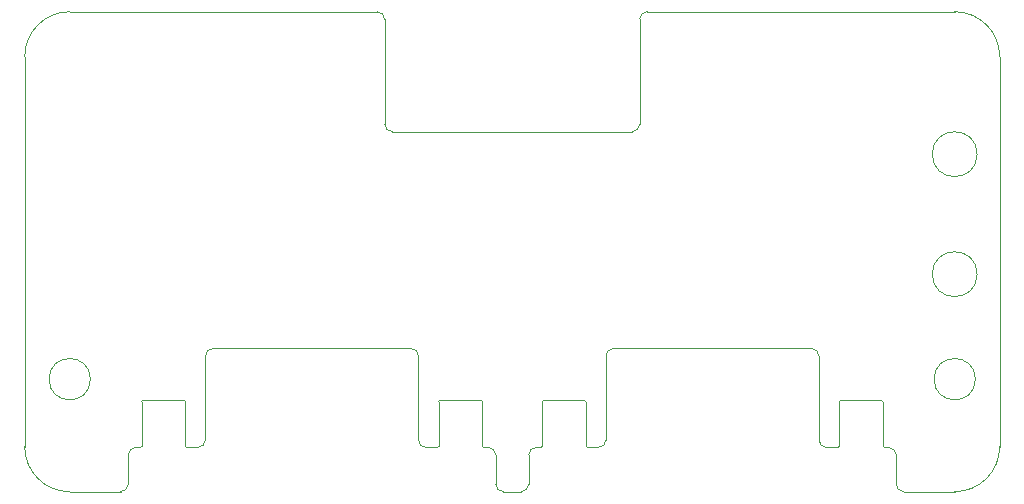
<source format=gm1>
%TF.GenerationSoftware,KiCad,Pcbnew,(5.1.8)-1*%
%TF.CreationDate,2021-03-14T22:30:27+01:00*%
%TF.ProjectId,Amiga Mouse Switch Faceplate B1,416d6967-6120-44d6-9f75-736520537769,rev?*%
%TF.SameCoordinates,Original*%
%TF.FileFunction,Profile,NP*%
%FSLAX46Y46*%
G04 Gerber Fmt 4.6, Leading zero omitted, Abs format (unit mm)*
G04 Created by KiCad (PCBNEW (5.1.8)-1) date 2021-03-14 22:30:27*
%MOMM*%
%LPD*%
G01*
G04 APERTURE LIST*
%TA.AperFunction,Profile*%
%ADD10C,0.050000*%
%TD*%
G04 APERTURE END LIST*
D10*
X179065000Y-83820000D02*
G75*
G03*
X179065000Y-83820000I-1900000J0D01*
G01*
X179065000Y-93980000D02*
G75*
G03*
X179065000Y-93980000I-1900000J0D01*
G01*
X178916000Y-102870000D02*
G75*
G03*
X178916000Y-102870000I-1751000J0D01*
G01*
X103986000Y-102870000D02*
G75*
G03*
X103986000Y-102870000I-1751000J0D01*
G01*
X171196000Y-108648500D02*
X171577000Y-108648500D01*
X170942000Y-104648000D02*
G75*
G02*
X171069000Y-104775000I0J-127000D01*
G01*
X170942000Y-104648000D02*
X167513000Y-104648000D01*
X167386000Y-104775000D02*
G75*
G02*
X167513000Y-104648000I127000J0D01*
G01*
X171196000Y-108648500D02*
G75*
G02*
X171069000Y-108521500I0J127000D01*
G01*
X167386000Y-104775000D02*
X167386000Y-108521500D01*
X171069000Y-108521500D02*
X171069000Y-104775000D01*
X167386000Y-108521500D02*
G75*
G02*
X167259000Y-108648500I-127000J0D01*
G01*
X137287000Y-108648500D02*
X137668000Y-108648500D01*
X137160000Y-108521500D02*
X137160000Y-104775000D01*
X133477000Y-108521500D02*
G75*
G02*
X133350000Y-108648500I-127000J0D01*
G01*
X133477000Y-104775000D02*
X133477000Y-108521500D01*
X137033000Y-104648000D02*
G75*
G02*
X137160000Y-104775000I0J-127000D01*
G01*
X137287000Y-108648500D02*
G75*
G02*
X137160000Y-108521500I0J127000D01*
G01*
X137033000Y-104648000D02*
X133604000Y-104648000D01*
X133477000Y-104775000D02*
G75*
G02*
X133604000Y-104648000I127000J0D01*
G01*
X146050000Y-108648500D02*
X147002500Y-108648500D01*
X145923000Y-108521500D02*
X145923000Y-104775000D01*
X142240000Y-108521500D02*
G75*
G02*
X142113000Y-108648500I-127000J0D01*
G01*
X142240000Y-104775000D02*
X142240000Y-108521500D01*
X145796000Y-104648000D02*
G75*
G02*
X145923000Y-104775000I0J-127000D01*
G01*
X146050000Y-108648500D02*
G75*
G02*
X145923000Y-108521500I0J127000D01*
G01*
X145796000Y-104648000D02*
X142367000Y-104648000D01*
X142240000Y-104775000D02*
G75*
G02*
X142367000Y-104648000I127000J0D01*
G01*
X112141000Y-108648500D02*
X113093500Y-108648500D01*
X108331000Y-108521500D02*
G75*
G02*
X108204000Y-108648500I-127000J0D01*
G01*
X108331000Y-104775000D02*
X108331000Y-108521500D01*
X108331000Y-104775000D02*
G75*
G02*
X108458000Y-104648000I127000J0D01*
G01*
X111887000Y-104648000D02*
X108458000Y-104648000D01*
X112141000Y-108648500D02*
G75*
G02*
X112014000Y-108521500I0J127000D01*
G01*
X111887000Y-104648000D02*
G75*
G02*
X112014000Y-104775000I0J-127000D01*
G01*
X112014000Y-108521500D02*
X112014000Y-104775000D01*
X106553000Y-112395000D02*
X102235000Y-112395000D01*
X138938000Y-112395000D02*
X140462000Y-112395000D01*
X151130000Y-71755000D02*
X177165000Y-71755000D01*
X147637500Y-108013500D02*
G75*
G02*
X147002500Y-108648500I-635000J0D01*
G01*
X148272500Y-100266500D02*
X165036500Y-100266500D01*
X147637500Y-100901500D02*
X147637500Y-108013500D01*
X141097000Y-109283500D02*
X141097000Y-111760000D01*
X172847000Y-112395000D02*
G75*
G02*
X172212000Y-111760000I0J635000D01*
G01*
X141097000Y-111760000D02*
G75*
G02*
X140462000Y-112395000I-635000J0D01*
G01*
X171577000Y-108648500D02*
G75*
G02*
X172212000Y-109283500I0J-635000D01*
G01*
X141097000Y-109283500D02*
G75*
G02*
X141732000Y-108648500I635000J0D01*
G01*
X166306500Y-108648500D02*
G75*
G02*
X165671500Y-108013500I0J635000D01*
G01*
X147637500Y-100901500D02*
G75*
G02*
X148272500Y-100266500I635000J0D01*
G01*
X165671500Y-100901500D02*
X165671500Y-108013500D01*
X166306500Y-108648500D02*
X167259000Y-108648500D01*
X172212000Y-109283500D02*
X172212000Y-111760000D01*
X141732000Y-108648500D02*
X142113000Y-108648500D01*
X165036500Y-100266500D02*
G75*
G02*
X165671500Y-100901500I0J-635000D01*
G01*
X138938000Y-112395000D02*
G75*
G02*
X138303000Y-111760000I0J635000D01*
G01*
X107188000Y-111760000D02*
G75*
G02*
X106553000Y-112395000I-635000J0D01*
G01*
X138303000Y-109283500D02*
X138303000Y-111760000D01*
X137668000Y-108648500D02*
G75*
G02*
X138303000Y-109283500I0J-635000D01*
G01*
X132397500Y-108648500D02*
X133350000Y-108648500D01*
X107188000Y-109283500D02*
X107188000Y-111760000D01*
X107823000Y-108648500D02*
X108204000Y-108648500D01*
X107188000Y-109283500D02*
G75*
G02*
X107823000Y-108648500I635000J0D01*
G01*
X132397500Y-108648500D02*
G75*
G02*
X131762500Y-108013500I0J635000D01*
G01*
X113728500Y-108013500D02*
G75*
G02*
X113093500Y-108648500I-635000J0D01*
G01*
X131127500Y-100266500D02*
G75*
G02*
X131762500Y-100901500I0J-635000D01*
G01*
X113728500Y-100901500D02*
G75*
G02*
X114363500Y-100266500I635000J0D01*
G01*
X131762500Y-100901500D02*
X131762500Y-108013500D01*
X113728500Y-100901500D02*
X113728500Y-108013500D01*
X114363500Y-100266500D02*
X131127500Y-100266500D01*
X128905000Y-81280000D02*
X128905000Y-72390000D01*
X149860000Y-81915000D02*
X129540000Y-81915000D01*
X150495000Y-81280000D02*
X150495000Y-72390000D01*
X150495000Y-72390000D02*
G75*
G02*
X151130000Y-71755000I635000J0D01*
G01*
X150495000Y-81280000D02*
G75*
G02*
X149860000Y-81915000I-635000J0D01*
G01*
X128270000Y-71755000D02*
G75*
G02*
X128905000Y-72390000I0J-635000D01*
G01*
X129540000Y-81915000D02*
G75*
G02*
X128905000Y-81280000I0J635000D01*
G01*
X180975000Y-108585000D02*
G75*
G02*
X177165000Y-112395000I-3810000J0D01*
G01*
X177165000Y-71755000D02*
G75*
G02*
X180975000Y-75565000I0J-3810000D01*
G01*
X98425000Y-75565000D02*
G75*
G02*
X102235000Y-71755000I3810000J0D01*
G01*
X102235000Y-112395000D02*
G75*
G02*
X98425000Y-108585000I0J3810000D01*
G01*
X177165000Y-112395000D02*
X172847000Y-112395000D01*
X180975000Y-75565000D02*
X180975000Y-108585000D01*
X102235000Y-71755000D02*
X128270000Y-71755000D01*
X98425000Y-108585000D02*
X98425000Y-75565000D01*
M02*

</source>
